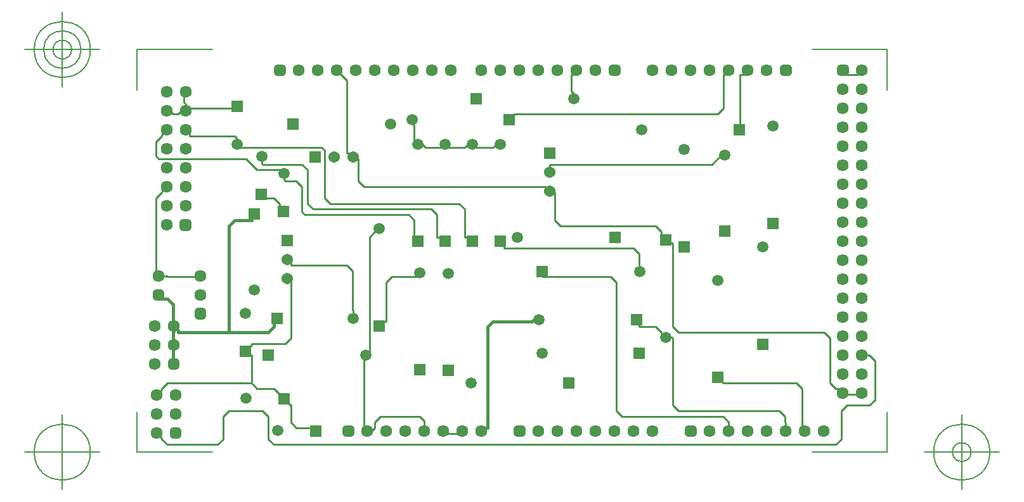
<source format=gbr>
G04 Generated by Ultiboard 14.0 *
%FSLAX34Y34*%
%MOMM*%

%ADD10C,0.0001*%
%ADD11C,0.2540*%
%ADD12C,0.3810*%
%ADD13C,0.1270*%
%ADD14C,1.6088*%
%ADD15R,0.5291X0.5291*%
%ADD16C,0.9949*%
%ADD17C,1.5000*%
%ADD18R,1.5000X1.5000*%
%ADD19C,1.5366*%
%ADD20R,1.5366X1.5366*%


G04 ColorRGB 00FF00 for the following layer *
%LNCopper Top*%
%LPD*%
G54D10*
G54D11*
X236220Y25916D02*
X236220Y30000D01*
X210000Y30000D01*
X202500Y37500D01*
X202500Y60000D01*
X202136Y60000D01*
X193294Y68842D01*
X939800Y76454D02*
X933754Y82500D01*
X930000Y82500D01*
X922500Y90000D01*
X922500Y150000D01*
X915000Y157500D01*
X720000Y157500D01*
X712500Y165000D01*
X712500Y277500D01*
X703326Y277500D01*
X703326Y280924D01*
X445288Y409292D02*
X439292Y409292D01*
X435000Y405000D01*
X412500Y405000D01*
X412500Y405420D01*
X408628Y409292D01*
X703326Y150924D02*
X697500Y156750D01*
X697500Y157500D01*
X690000Y165000D01*
X667500Y165000D01*
X667500Y175006D01*
X663956Y175006D01*
X965200Y76454D02*
X961454Y76454D01*
X960000Y75000D01*
X945000Y75000D01*
X943546Y76454D01*
X939800Y76454D01*
X193294Y68842D02*
X187500Y74636D01*
X187500Y75000D01*
X180000Y82500D01*
X157500Y82500D01*
X150000Y90000D01*
X150000Y127500D01*
X141740Y127500D01*
X141740Y132588D01*
X965200Y508254D02*
X960000Y503054D01*
X960000Y502500D01*
X945000Y502500D01*
X945000Y503054D01*
X939800Y508254D01*
X863600Y25400D02*
X863600Y36400D01*
X862500Y37500D01*
X862500Y45000D01*
X855000Y52500D01*
X720000Y52500D01*
X712500Y60000D01*
X712500Y150000D01*
X711576Y150924D01*
X703326Y150924D01*
X787400Y508000D02*
X781900Y502500D01*
X780000Y502500D01*
X780000Y457500D01*
X772500Y450000D01*
X501816Y450000D01*
X494284Y442468D01*
X302720Y127254D02*
X302720Y122720D01*
X300000Y120000D01*
X300000Y30000D01*
X300200Y30000D01*
X304800Y25400D01*
X371968Y279292D02*
X367500Y283760D01*
X367500Y307500D01*
X360000Y315000D01*
X221250Y315000D01*
X217500Y318750D01*
X217500Y352500D01*
X210000Y360000D01*
X195000Y360000D01*
X193548Y361452D01*
X193548Y370078D01*
X965200Y127254D02*
X974754Y127254D01*
X975246Y127254D01*
X982500Y120000D01*
X982500Y67500D01*
X975000Y60000D01*
X945000Y60000D01*
X937500Y52500D01*
X937500Y15000D01*
X930000Y7500D01*
X180000Y7500D01*
X172500Y15000D01*
X172500Y45000D01*
X165000Y52500D01*
X120000Y52500D01*
X112500Y45000D01*
X112500Y15000D01*
X105000Y7500D01*
X37500Y7500D01*
X30000Y15000D01*
X30000Y16736D01*
X23368Y23368D01*
X445288Y279292D02*
X445288Y285000D01*
X435000Y285000D01*
X435000Y322500D01*
X427500Y330000D01*
X255000Y330000D01*
X247500Y337500D01*
X247500Y401250D01*
X243750Y405000D01*
X134496Y405000D01*
X130556Y408940D01*
X150000Y90000D02*
X37500Y90000D01*
X30000Y82500D01*
X30000Y80800D01*
X23368Y74168D01*
X782320Y394462D02*
X776962Y394462D01*
X765000Y382500D01*
X548132Y382500D01*
X548132Y372110D01*
X408628Y279292D02*
X408628Y285000D01*
X397500Y285000D01*
X397500Y315000D01*
X390000Y322500D01*
X232500Y322500D01*
X225000Y330000D01*
X225000Y375000D01*
X217500Y382500D01*
X165000Y382500D01*
X163576Y383924D01*
X163576Y392684D01*
X81534Y233426D02*
X75926Y233426D01*
X75000Y232500D01*
X37500Y232500D01*
X36828Y233172D01*
X25908Y233172D01*
X584200Y508000D02*
X578700Y502500D01*
X577500Y502500D01*
X577500Y480000D01*
X580476Y477024D01*
X580476Y470470D01*
X130556Y408940D02*
X130556Y416944D01*
X127500Y420000D01*
X67500Y420000D01*
X67500Y422720D01*
X61976Y428244D01*
X431800Y25400D02*
X428900Y22500D01*
X412500Y22500D01*
X409600Y25400D01*
X406400Y25400D01*
X408628Y409292D02*
X405000Y405664D01*
X405000Y405000D01*
X382500Y405000D01*
X378208Y409292D01*
X371968Y409292D01*
X374396Y237442D02*
X369454Y232500D01*
X337500Y232500D01*
X330000Y225000D01*
X330000Y172500D01*
X320320Y172500D01*
X320320Y166296D01*
X61976Y479044D02*
X61976Y474476D01*
X60000Y472500D01*
X60000Y465000D01*
X61976Y463024D01*
X61976Y453644D01*
X703326Y280924D02*
X697500Y280924D01*
X697500Y292500D01*
X690000Y300000D01*
X562500Y300000D01*
X555000Y307500D01*
X555000Y345000D01*
X553290Y346710D01*
X548132Y346710D01*
X371968Y409292D02*
X368760Y412500D01*
X367500Y412500D01*
X367500Y435000D01*
X364284Y438216D01*
X364284Y442468D01*
X668226Y239014D02*
X668226Y246774D01*
X667500Y247500D01*
X667500Y262500D01*
X660000Y270000D01*
X487500Y270000D01*
X487500Y279292D01*
X481948Y279292D01*
X193048Y319278D02*
X187500Y319278D01*
X187500Y330000D01*
X180000Y337500D01*
X163076Y337500D01*
X163076Y341884D01*
X36576Y352044D02*
X30000Y345468D01*
X30000Y345000D01*
X22500Y337500D01*
X22500Y240000D01*
X25908Y236592D01*
X25908Y233172D01*
X285750Y176530D02*
X285750Y186750D01*
X285000Y187500D01*
X285000Y240000D01*
X277500Y247500D01*
X202500Y247500D01*
X202500Y250700D01*
X198118Y255082D01*
X548132Y346710D02*
X542342Y352500D01*
X300000Y352500D01*
X292500Y360000D01*
X292500Y390000D01*
X290070Y392430D01*
X286258Y392430D01*
X481948Y409292D02*
X476792Y409292D01*
X472500Y405000D01*
X449580Y405000D01*
X445288Y409292D01*
X889000Y25400D02*
X885000Y29400D01*
X885000Y82500D01*
X877500Y90000D01*
X780000Y90000D01*
X780000Y90204D01*
X772922Y97282D01*
X320320Y296296D02*
X316524Y292500D01*
X315000Y292500D01*
X307500Y285000D01*
X307500Y132034D01*
X302720Y127254D01*
X131056Y459740D02*
X131056Y457500D01*
X65832Y457500D01*
X61976Y453644D01*
X381000Y25400D02*
X381000Y36000D01*
X381000Y39000D01*
X375000Y45000D01*
X322500Y45000D01*
X315000Y37500D01*
X315000Y30000D01*
X310400Y25400D01*
X304800Y25400D01*
X787400Y25400D02*
X787500Y25400D01*
X787500Y37500D01*
X780000Y45000D01*
X645000Y45000D01*
X637500Y52500D01*
X637500Y225000D01*
X630000Y232500D01*
X538226Y232500D01*
X538226Y239014D01*
X193548Y370078D02*
X188626Y375000D01*
X157500Y375000D01*
X142500Y390000D01*
X26250Y390000D01*
X22500Y393750D01*
X22500Y412500D01*
X30000Y420000D01*
X30000Y421668D01*
X36576Y428244D01*
X198118Y229682D02*
X202500Y225300D01*
X202500Y150000D01*
X195000Y142500D01*
X150000Y142500D01*
X150000Y140848D01*
X141740Y132588D01*
X812800Y508000D02*
X807300Y502500D01*
X802500Y502500D01*
X802500Y428498D01*
X801370Y428498D01*
X61976Y453644D02*
X56144Y453644D01*
X52500Y450000D01*
X45000Y450000D01*
X41356Y453644D01*
X36576Y453644D01*
X286258Y392430D02*
X281188Y397500D01*
X277500Y397500D01*
X277500Y495000D01*
X270000Y502500D01*
X269660Y502500D01*
X264160Y508000D01*
G54D12*
X120000Y157500D02*
X120000Y300000D01*
X127500Y307500D01*
X150000Y307500D01*
X150000Y316022D01*
X154042Y316022D01*
X46482Y140970D02*
X46482Y136482D01*
X45000Y135000D01*
X45000Y115570D01*
X46482Y115570D01*
X184150Y176530D02*
X180000Y176530D01*
X180000Y165000D01*
X172500Y157500D01*
X52500Y157500D01*
X52500Y160352D01*
X46482Y166370D01*
X46482Y166370D02*
X46482Y158982D01*
X45000Y157500D01*
X45000Y150000D01*
X46482Y148518D01*
X46482Y140970D01*
X46482Y166370D02*
X46482Y171018D01*
X45000Y172500D01*
X45000Y195000D01*
X37500Y202500D01*
X30000Y202500D01*
X30000Y203680D01*
X25908Y207772D01*
X533956Y175006D02*
X527506Y175006D01*
X525000Y172500D01*
X472500Y172500D01*
X465000Y165000D01*
X465000Y30000D01*
X461800Y30000D01*
X457200Y25400D01*
G54D13*
X-2540Y-2540D02*
X-2540Y51308D01*
X-2540Y-2540D02*
X97568Y-2540D01*
X998540Y-2540D02*
X898432Y-2540D01*
X998540Y-2540D02*
X998540Y51308D01*
X998540Y535940D02*
X998540Y482092D01*
X998540Y535940D02*
X898432Y535940D01*
X-2540Y535940D02*
X97568Y535940D01*
X-2540Y535940D02*
X-2540Y482092D01*
X-52540Y-2540D02*
X-152540Y-2540D01*
X-102540Y-52540D02*
X-102540Y47460D01*
X-140040Y-2540D02*
G75*
D01*
G02X-140040Y-2540I37500J0*
G01*
X1048540Y-2540D02*
X1148540Y-2540D01*
X1098540Y-52540D02*
X1098540Y47460D01*
X1061040Y-2540D02*
G75*
D01*
G02X1061040Y-2540I37500J0*
G01*
X1086040Y-2540D02*
G75*
D01*
G02X1086040Y-2540I12500J0*
G01*
X-52540Y535940D02*
X-152540Y535940D01*
X-102540Y485940D02*
X-102540Y585940D01*
X-140040Y535940D02*
G75*
D01*
G02X-140040Y535940I37500J0*
G01*
X-127540Y535940D02*
G75*
D01*
G02X-127540Y535940I25000J0*
G01*
X-115040Y535940D02*
G75*
D01*
G02X-115040Y535940I12500J0*
G01*
G54D14*
X939800Y279654D03*
X939800Y432054D03*
X939800Y482854D03*
X939800Y457454D03*
X939800Y355854D03*
X939800Y381254D03*
X939800Y406654D03*
X939800Y305054D03*
X939800Y330454D03*
X939800Y101854D03*
X939800Y228854D03*
X939800Y254254D03*
X939800Y203454D03*
X939800Y152654D03*
X939800Y178054D03*
X939800Y127254D03*
X939800Y76454D03*
X965200Y279654D03*
X965200Y432054D03*
X965200Y508254D03*
X965200Y482854D03*
X965200Y457454D03*
X965200Y355854D03*
X965200Y381254D03*
X965200Y406654D03*
X965200Y305054D03*
X965200Y330454D03*
X965200Y101854D03*
X965200Y228854D03*
X965200Y254254D03*
X965200Y203454D03*
X965200Y152654D03*
X965200Y178054D03*
X965200Y127254D03*
X965200Y76454D03*
X264160Y508000D03*
X238760Y508000D03*
X213360Y508000D03*
X314960Y508000D03*
X289560Y508000D03*
X340360Y508000D03*
X391160Y508000D03*
X365760Y508000D03*
X416560Y508000D03*
X457200Y508000D03*
X584200Y508000D03*
X609600Y508000D03*
X558800Y508000D03*
X508000Y508000D03*
X533400Y508000D03*
X482600Y508000D03*
X685800Y508000D03*
X812800Y508000D03*
X838200Y508000D03*
X787400Y508000D03*
X736600Y508000D03*
X762000Y508000D03*
X711200Y508000D03*
X457200Y25400D03*
X330200Y25400D03*
X304800Y25400D03*
X355600Y25400D03*
X406400Y25400D03*
X381000Y25400D03*
X431800Y25400D03*
X685800Y25908D03*
X558800Y25908D03*
X533400Y25908D03*
X584200Y25908D03*
X635000Y25908D03*
X609600Y25908D03*
X660400Y25908D03*
X914400Y25400D03*
X787400Y25400D03*
X762000Y25400D03*
X812800Y25400D03*
X863600Y25400D03*
X838200Y25400D03*
X889000Y25400D03*
X25908Y233172D03*
X81534Y208026D03*
X81534Y233426D03*
X36576Y301244D03*
X61976Y402844D03*
X61976Y352044D03*
X61976Y326644D03*
X61976Y377444D03*
X61976Y479044D03*
X61976Y428244D03*
X61976Y453644D03*
X36576Y453644D03*
X36576Y377444D03*
X36576Y326644D03*
X36576Y352044D03*
X36576Y428244D03*
X36576Y402844D03*
X36576Y479044D03*
X23368Y23368D03*
X23368Y74168D03*
X48768Y74168D03*
X23368Y48768D03*
X48768Y48768D03*
X21082Y115570D03*
X21082Y166370D03*
X46482Y166370D03*
X21082Y140970D03*
X46482Y140970D03*
G54D15*
X939800Y508254D03*
X187960Y508000D03*
X635000Y508000D03*
X863600Y508000D03*
X279400Y25400D03*
X508000Y25908D03*
X736600Y25400D03*
X25908Y207772D03*
X81534Y182626D03*
X61976Y301244D03*
X48768Y23368D03*
X46482Y115570D03*
G54D16*
X937155Y505609D02*
X942445Y505609D01*
X942445Y510899D01*
X937155Y510899D01*
X937155Y505609D01*D02*
X185315Y505355D02*
X190605Y505355D01*
X190605Y510645D01*
X185315Y510645D01*
X185315Y505355D01*D02*
X632355Y505355D02*
X637645Y505355D01*
X637645Y510645D01*
X632355Y510645D01*
X632355Y505355D01*D02*
X860955Y505355D02*
X866245Y505355D01*
X866245Y510645D01*
X860955Y510645D01*
X860955Y505355D01*D02*
X276755Y22755D02*
X282045Y22755D01*
X282045Y28045D01*
X276755Y28045D01*
X276755Y22755D01*D02*
X505355Y23263D02*
X510645Y23263D01*
X510645Y28553D01*
X505355Y28553D01*
X505355Y23263D01*D02*
X733955Y22755D02*
X739245Y22755D01*
X739245Y28045D01*
X733955Y28045D01*
X733955Y22755D01*D02*
X23263Y205127D02*
X28553Y205127D01*
X28553Y210417D01*
X23263Y210417D01*
X23263Y205127D01*D02*
X78889Y179981D02*
X84179Y179981D01*
X84179Y185271D01*
X78889Y185271D01*
X78889Y179981D01*D02*
X59331Y298599D02*
X64621Y298599D01*
X64621Y303889D01*
X59331Y303889D01*
X59331Y298599D01*D02*
X46123Y20723D02*
X51413Y20723D01*
X51413Y26013D01*
X46123Y26013D01*
X46123Y20723D01*D02*
X43837Y112925D02*
X49127Y112925D01*
X49127Y118215D01*
X43837Y118215D01*
X43837Y112925D01*D02*
G54D17*
X154042Y214422D03*
X846582Y433530D03*
X782320Y394462D03*
X833120Y271986D03*
X193548Y370078D03*
X505254Y284988D03*
X481948Y409292D03*
X445288Y409292D03*
X408628Y409292D03*
X371968Y409292D03*
X703326Y150924D03*
X533956Y175006D03*
X668226Y239014D03*
X727456Y402288D03*
X772922Y227282D03*
X320320Y296296D03*
X671370Y428498D03*
X163576Y392684D03*
X130556Y408940D03*
X285750Y176530D03*
X302720Y127254D03*
X185420Y26416D03*
X142494Y69342D03*
X142240Y183388D03*
X538020Y129540D03*
X374396Y237442D03*
X413258Y236680D03*
X580476Y470470D03*
X443532Y89662D03*
X335486Y435864D03*
X364284Y442468D03*
G54D18*
X154042Y316022D03*
X846582Y303530D03*
X782320Y292862D03*
X833120Y141986D03*
X193048Y319278D03*
X635254Y284988D03*
X481948Y279292D03*
X445288Y279292D03*
X408628Y279292D03*
X371968Y279292D03*
X703326Y280924D03*
X663956Y175006D03*
X538226Y239014D03*
X727456Y272288D03*
X772922Y97282D03*
X320320Y166296D03*
X801370Y428498D03*
X163076Y341884D03*
X131056Y459740D03*
X184150Y176530D03*
X172720Y127254D03*
X236220Y25916D03*
X193294Y68842D03*
X141740Y132588D03*
X668020Y129540D03*
X374396Y107442D03*
X413258Y106680D03*
X450476Y470470D03*
X573532Y89662D03*
X205486Y435864D03*
X494284Y442468D03*
G54D19*
X198118Y229682D03*
X198118Y255082D03*
X286258Y392430D03*
X260858Y392430D03*
X548132Y346710D03*
X548132Y372110D03*
G54D20*
X198118Y280482D03*
X235458Y392430D03*
X548132Y397510D03*

M02*

</source>
